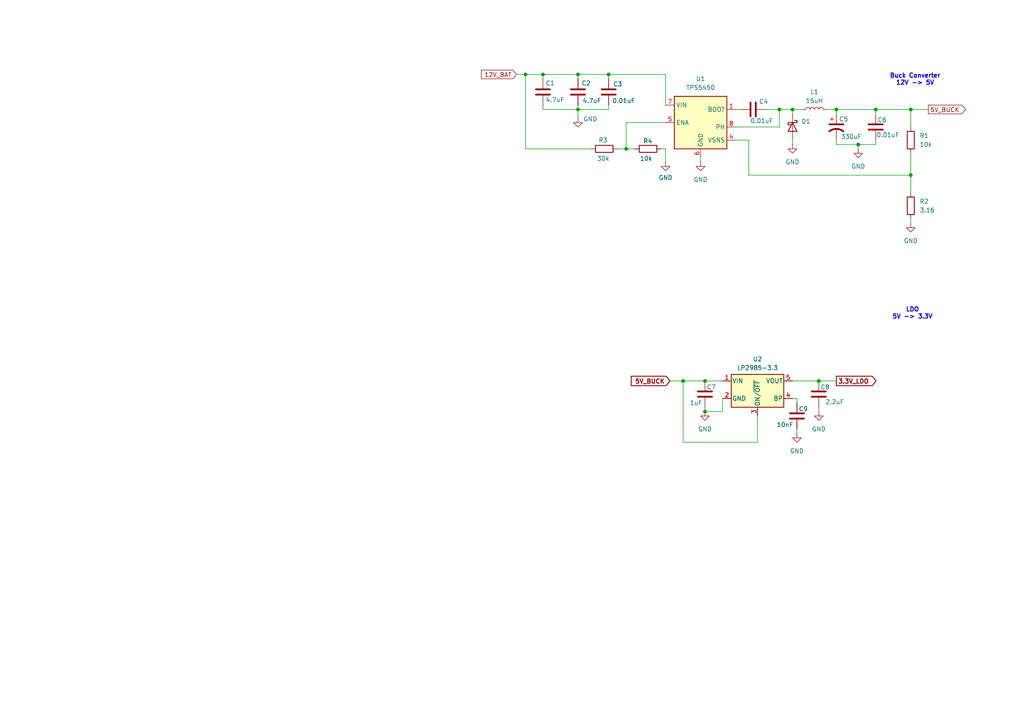
<source format=kicad_sch>
(kicad_sch
	(version 20250114)
	(generator "eeschema")
	(generator_version "9.0")
	(uuid "b9c2eca8-8ed8-4a77-868f-7622285efc0a")
	(paper "A4")
	(lib_symbols
		(symbol "Device:C"
			(pin_numbers
				(hide yes)
			)
			(pin_names
				(offset 0.254)
			)
			(exclude_from_sim no)
			(in_bom yes)
			(on_board yes)
			(property "Reference" "C"
				(at 0.635 2.54 0)
				(effects
					(font
						(size 1.27 1.27)
					)
					(justify left)
				)
			)
			(property "Value" "C"
				(at 0.635 -2.54 0)
				(effects
					(font
						(size 1.27 1.27)
					)
					(justify left)
				)
			)
			(property "Footprint" ""
				(at 0.9652 -3.81 0)
				(effects
					(font
						(size 1.27 1.27)
					)
					(hide yes)
				)
			)
			(property "Datasheet" "~"
				(at 0 0 0)
				(effects
					(font
						(size 1.27 1.27)
					)
					(hide yes)
				)
			)
			(property "Description" "Unpolarized capacitor"
				(at 0 0 0)
				(effects
					(font
						(size 1.27 1.27)
					)
					(hide yes)
				)
			)
			(property "ki_keywords" "cap capacitor"
				(at 0 0 0)
				(effects
					(font
						(size 1.27 1.27)
					)
					(hide yes)
				)
			)
			(property "ki_fp_filters" "C_*"
				(at 0 0 0)
				(effects
					(font
						(size 1.27 1.27)
					)
					(hide yes)
				)
			)
			(symbol "C_0_1"
				(polyline
					(pts
						(xy -2.032 0.762) (xy 2.032 0.762)
					)
					(stroke
						(width 0.508)
						(type default)
					)
					(fill
						(type none)
					)
				)
				(polyline
					(pts
						(xy -2.032 -0.762) (xy 2.032 -0.762)
					)
					(stroke
						(width 0.508)
						(type default)
					)
					(fill
						(type none)
					)
				)
			)
			(symbol "C_1_1"
				(pin passive line
					(at 0 3.81 270)
					(length 2.794)
					(name "~"
						(effects
							(font
								(size 1.27 1.27)
							)
						)
					)
					(number "1"
						(effects
							(font
								(size 1.27 1.27)
							)
						)
					)
				)
				(pin passive line
					(at 0 -3.81 90)
					(length 2.794)
					(name "~"
						(effects
							(font
								(size 1.27 1.27)
							)
						)
					)
					(number "2"
						(effects
							(font
								(size 1.27 1.27)
							)
						)
					)
				)
			)
			(embedded_fonts no)
		)
		(symbol "Device:C_Polarized_US"
			(pin_numbers
				(hide yes)
			)
			(pin_names
				(offset 0.254)
				(hide yes)
			)
			(exclude_from_sim no)
			(in_bom yes)
			(on_board yes)
			(property "Reference" "C"
				(at 0.635 2.54 0)
				(effects
					(font
						(size 1.27 1.27)
					)
					(justify left)
				)
			)
			(property "Value" "C_Polarized_US"
				(at 0.635 -2.54 0)
				(effects
					(font
						(size 1.27 1.27)
					)
					(justify left)
				)
			)
			(property "Footprint" ""
				(at 0 0 0)
				(effects
					(font
						(size 1.27 1.27)
					)
					(hide yes)
				)
			)
			(property "Datasheet" "~"
				(at 0 0 0)
				(effects
					(font
						(size 1.27 1.27)
					)
					(hide yes)
				)
			)
			(property "Description" "Polarized capacitor, US symbol"
				(at 0 0 0)
				(effects
					(font
						(size 1.27 1.27)
					)
					(hide yes)
				)
			)
			(property "ki_keywords" "cap capacitor"
				(at 0 0 0)
				(effects
					(font
						(size 1.27 1.27)
					)
					(hide yes)
				)
			)
			(property "ki_fp_filters" "CP_*"
				(at 0 0 0)
				(effects
					(font
						(size 1.27 1.27)
					)
					(hide yes)
				)
			)
			(symbol "C_Polarized_US_0_1"
				(polyline
					(pts
						(xy -2.032 0.762) (xy 2.032 0.762)
					)
					(stroke
						(width 0.508)
						(type default)
					)
					(fill
						(type none)
					)
				)
				(polyline
					(pts
						(xy -1.778 2.286) (xy -0.762 2.286)
					)
					(stroke
						(width 0)
						(type default)
					)
					(fill
						(type none)
					)
				)
				(polyline
					(pts
						(xy -1.27 1.778) (xy -1.27 2.794)
					)
					(stroke
						(width 0)
						(type default)
					)
					(fill
						(type none)
					)
				)
				(arc
					(start -2.032 -1.27)
					(mid 0 -0.5572)
					(end 2.032 -1.27)
					(stroke
						(width 0.508)
						(type default)
					)
					(fill
						(type none)
					)
				)
			)
			(symbol "C_Polarized_US_1_1"
				(pin passive line
					(at 0 3.81 270)
					(length 2.794)
					(name "~"
						(effects
							(font
								(size 1.27 1.27)
							)
						)
					)
					(number "1"
						(effects
							(font
								(size 1.27 1.27)
							)
						)
					)
				)
				(pin passive line
					(at 0 -3.81 90)
					(length 3.302)
					(name "~"
						(effects
							(font
								(size 1.27 1.27)
							)
						)
					)
					(number "2"
						(effects
							(font
								(size 1.27 1.27)
							)
						)
					)
				)
			)
			(embedded_fonts no)
		)
		(symbol "Device:D_Schottky"
			(pin_numbers
				(hide yes)
			)
			(pin_names
				(offset 1.016)
				(hide yes)
			)
			(exclude_from_sim no)
			(in_bom yes)
			(on_board yes)
			(property "Reference" "D"
				(at 0 2.54 0)
				(effects
					(font
						(size 1.27 1.27)
					)
				)
			)
			(property "Value" "D_Schottky"
				(at 0 -2.54 0)
				(effects
					(font
						(size 1.27 1.27)
					)
				)
			)
			(property "Footprint" ""
				(at 0 0 0)
				(effects
					(font
						(size 1.27 1.27)
					)
					(hide yes)
				)
			)
			(property "Datasheet" "~"
				(at 0 0 0)
				(effects
					(font
						(size 1.27 1.27)
					)
					(hide yes)
				)
			)
			(property "Description" "Schottky diode"
				(at 0 0 0)
				(effects
					(font
						(size 1.27 1.27)
					)
					(hide yes)
				)
			)
			(property "ki_keywords" "diode Schottky"
				(at 0 0 0)
				(effects
					(font
						(size 1.27 1.27)
					)
					(hide yes)
				)
			)
			(property "ki_fp_filters" "TO-???* *_Diode_* *SingleDiode* D_*"
				(at 0 0 0)
				(effects
					(font
						(size 1.27 1.27)
					)
					(hide yes)
				)
			)
			(symbol "D_Schottky_0_1"
				(polyline
					(pts
						(xy -1.905 0.635) (xy -1.905 1.27) (xy -1.27 1.27) (xy -1.27 -1.27) (xy -0.635 -1.27) (xy -0.635 -0.635)
					)
					(stroke
						(width 0.254)
						(type default)
					)
					(fill
						(type none)
					)
				)
				(polyline
					(pts
						(xy 1.27 1.27) (xy 1.27 -1.27) (xy -1.27 0) (xy 1.27 1.27)
					)
					(stroke
						(width 0.254)
						(type default)
					)
					(fill
						(type none)
					)
				)
				(polyline
					(pts
						(xy 1.27 0) (xy -1.27 0)
					)
					(stroke
						(width 0)
						(type default)
					)
					(fill
						(type none)
					)
				)
			)
			(symbol "D_Schottky_1_1"
				(pin passive line
					(at -3.81 0 0)
					(length 2.54)
					(name "K"
						(effects
							(font
								(size 1.27 1.27)
							)
						)
					)
					(number "1"
						(effects
							(font
								(size 1.27 1.27)
							)
						)
					)
				)
				(pin passive line
					(at 3.81 0 180)
					(length 2.54)
					(name "A"
						(effects
							(font
								(size 1.27 1.27)
							)
						)
					)
					(number "2"
						(effects
							(font
								(size 1.27 1.27)
							)
						)
					)
				)
			)
			(embedded_fonts no)
		)
		(symbol "Device:L"
			(pin_numbers
				(hide yes)
			)
			(pin_names
				(offset 1.016)
				(hide yes)
			)
			(exclude_from_sim no)
			(in_bom yes)
			(on_board yes)
			(property "Reference" "L"
				(at -1.27 0 90)
				(effects
					(font
						(size 1.27 1.27)
					)
				)
			)
			(property "Value" "L"
				(at 1.905 0 90)
				(effects
					(font
						(size 1.27 1.27)
					)
				)
			)
			(property "Footprint" ""
				(at 0 0 0)
				(effects
					(font
						(size 1.27 1.27)
					)
					(hide yes)
				)
			)
			(property "Datasheet" "~"
				(at 0 0 0)
				(effects
					(font
						(size 1.27 1.27)
					)
					(hide yes)
				)
			)
			(property "Description" "Inductor"
				(at 0 0 0)
				(effects
					(font
						(size 1.27 1.27)
					)
					(hide yes)
				)
			)
			(property "ki_keywords" "inductor choke coil reactor magnetic"
				(at 0 0 0)
				(effects
					(font
						(size 1.27 1.27)
					)
					(hide yes)
				)
			)
			(property "ki_fp_filters" "Choke_* *Coil* Inductor_* L_*"
				(at 0 0 0)
				(effects
					(font
						(size 1.27 1.27)
					)
					(hide yes)
				)
			)
			(symbol "L_0_1"
				(arc
					(start 0 2.54)
					(mid 0.6323 1.905)
					(end 0 1.27)
					(stroke
						(width 0)
						(type default)
					)
					(fill
						(type none)
					)
				)
				(arc
					(start 0 1.27)
					(mid 0.6323 0.635)
					(end 0 0)
					(stroke
						(width 0)
						(type default)
					)
					(fill
						(type none)
					)
				)
				(arc
					(start 0 0)
					(mid 0.6323 -0.635)
					(end 0 -1.27)
					(stroke
						(width 0)
						(type default)
					)
					(fill
						(type none)
					)
				)
				(arc
					(start 0 -1.27)
					(mid 0.6323 -1.905)
					(end 0 -2.54)
					(stroke
						(width 0)
						(type default)
					)
					(fill
						(type none)
					)
				)
			)
			(symbol "L_1_1"
				(pin passive line
					(at 0 3.81 270)
					(length 1.27)
					(name "1"
						(effects
							(font
								(size 1.27 1.27)
							)
						)
					)
					(number "1"
						(effects
							(font
								(size 1.27 1.27)
							)
						)
					)
				)
				(pin passive line
					(at 0 -3.81 90)
					(length 1.27)
					(name "2"
						(effects
							(font
								(size 1.27 1.27)
							)
						)
					)
					(number "2"
						(effects
							(font
								(size 1.27 1.27)
							)
						)
					)
				)
			)
			(embedded_fonts no)
		)
		(symbol "Device:R"
			(pin_numbers
				(hide yes)
			)
			(pin_names
				(offset 0)
			)
			(exclude_from_sim no)
			(in_bom yes)
			(on_board yes)
			(property "Reference" "R"
				(at 2.032 0 90)
				(effects
					(font
						(size 1.27 1.27)
					)
				)
			)
			(property "Value" "R"
				(at 0 0 90)
				(effects
					(font
						(size 1.27 1.27)
					)
				)
			)
			(property "Footprint" ""
				(at -1.778 0 90)
				(effects
					(font
						(size 1.27 1.27)
					)
					(hide yes)
				)
			)
			(property "Datasheet" "~"
				(at 0 0 0)
				(effects
					(font
						(size 1.27 1.27)
					)
					(hide yes)
				)
			)
			(property "Description" "Resistor"
				(at 0 0 0)
				(effects
					(font
						(size 1.27 1.27)
					)
					(hide yes)
				)
			)
			(property "ki_keywords" "R res resistor"
				(at 0 0 0)
				(effects
					(font
						(size 1.27 1.27)
					)
					(hide yes)
				)
			)
			(property "ki_fp_filters" "R_*"
				(at 0 0 0)
				(effects
					(font
						(size 1.27 1.27)
					)
					(hide yes)
				)
			)
			(symbol "R_0_1"
				(rectangle
					(start -1.016 -2.54)
					(end 1.016 2.54)
					(stroke
						(width 0.254)
						(type default)
					)
					(fill
						(type none)
					)
				)
			)
			(symbol "R_1_1"
				(pin passive line
					(at 0 3.81 270)
					(length 1.27)
					(name "~"
						(effects
							(font
								(size 1.27 1.27)
							)
						)
					)
					(number "1"
						(effects
							(font
								(size 1.27 1.27)
							)
						)
					)
				)
				(pin passive line
					(at 0 -3.81 90)
					(length 1.27)
					(name "~"
						(effects
							(font
								(size 1.27 1.27)
							)
						)
					)
					(number "2"
						(effects
							(font
								(size 1.27 1.27)
							)
						)
					)
				)
			)
			(embedded_fonts no)
		)
		(symbol "Regulator_Linear:LP2985-3.3"
			(pin_names
				(offset 0.254)
			)
			(exclude_from_sim no)
			(in_bom yes)
			(on_board yes)
			(property "Reference" "U2"
				(at 0 8.89 0)
				(effects
					(font
						(size 1.27 1.27)
					)
				)
			)
			(property "Value" "LP2985-3.3"
				(at 0 6.35 0)
				(effects
					(font
						(size 1.27 1.27)
					)
				)
			)
			(property "Footprint" "Package_TO_SOT_SMD:SOT-23-5"
				(at 0 8.255 0)
				(effects
					(font
						(size 1.27 1.27)
					)
					(hide yes)
				)
			)
			(property "Datasheet" "http://www.ti.com/lit/ds/symlink/lp2985.pdf"
				(at 0 0 0)
				(effects
					(font
						(size 1.27 1.27)
					)
					(hide yes)
				)
			)
			(property "Description" "150mA 16V Low-noise Low-dropout Regulator With Shutdown, 3.3V output voltage, SOT-23-5"
				(at 0 0 0)
				(effects
					(font
						(size 1.27 1.27)
					)
					(hide yes)
				)
			)
			(property "ki_keywords" "LDO regulator linear  SOT-23-5"
				(at 0 0 0)
				(effects
					(font
						(size 1.27 1.27)
					)
					(hide yes)
				)
			)
			(property "ki_fp_filters" "SOT?23*"
				(at 0 0 0)
				(effects
					(font
						(size 1.27 1.27)
					)
					(hide yes)
				)
			)
			(symbol "LP2985-3.3_0_1"
				(rectangle
					(start -7.62 -5.08)
					(end 7.62 4.445)
					(stroke
						(width 0.254)
						(type default)
					)
					(fill
						(type background)
					)
				)
			)
			(symbol "LP2985-3.3_1_1"
				(pin power_in line
					(at -10.16 2.54 0)
					(length 2.54)
					(name "VIN"
						(effects
							(font
								(size 1.27 1.27)
							)
						)
					)
					(number "1"
						(effects
							(font
								(size 1.27 1.27)
							)
						)
					)
				)
				(pin power_in line
					(at -10.16 -2.54 0)
					(length 2.54)
					(name "GND"
						(effects
							(font
								(size 1.27 1.27)
							)
						)
					)
					(number "2"
						(effects
							(font
								(size 1.27 1.27)
							)
						)
					)
				)
				(pin input line
					(at 0 -7.62 90)
					(length 2.54)
					(name "ON/~{OFF}"
						(effects
							(font
								(size 1.27 1.27)
							)
						)
					)
					(number "3"
						(effects
							(font
								(size 1.27 1.27)
							)
						)
					)
				)
				(pin power_out line
					(at 10.16 2.54 180)
					(length 2.54)
					(name "VOUT"
						(effects
							(font
								(size 1.27 1.27)
							)
						)
					)
					(number "5"
						(effects
							(font
								(size 1.27 1.27)
							)
						)
					)
				)
				(pin input line
					(at 10.16 -2.54 180)
					(length 2.54)
					(name "BP"
						(effects
							(font
								(size 1.27 1.27)
							)
						)
					)
					(number "4"
						(effects
							(font
								(size 1.27 1.27)
							)
						)
					)
				)
			)
			(embedded_fonts no)
		)
		(symbol "Regulator_Switching:TPS5420D"
			(exclude_from_sim no)
			(in_bom yes)
			(on_board yes)
			(property "Reference" "U3"
				(at 0 12.7 0)
				(effects
					(font
						(size 1.27 1.27)
					)
				)
			)
			(property "Value" "TPS5450"
				(at 0 10.16 0)
				(effects
					(font
						(size 1.27 1.27)
					)
				)
			)
			(property "Footprint" "SOIC-8-1EP_3.9x4.9mm_P1.27mm_EP2.514x3.2mm_ThermalVias"
				(at -1.27 11.43 0)
				(effects
					(font
						(size 1.27 1.27)
					)
					(hide yes)
				)
			)
			(property "Datasheet" "http://www.ti.com/lit/ds/symlink/tps5420.pdf"
				(at 0 0 0)
				(effects
					(font
						(size 1.27 1.27)
					)
					(hide yes)
				)
			)
			(property "Description" "Adjustable Output, 2A Step-Down Converter, 5.5V-36V Input, 500kHz Switching Frequency"
				(at 0 0 0)
				(effects
					(font
						(size 1.27 1.27)
					)
					(hide yes)
				)
			)
			(property "ki_keywords" "switching buck converter step-down"
				(at 0 0 0)
				(effects
					(font
						(size 1.27 1.27)
					)
					(hide yes)
				)
			)
			(property "ki_fp_filters" "SOIC*3.9x4.9mm*P1.27mm*"
				(at 0 0 0)
				(effects
					(font
						(size 1.27 1.27)
					)
					(hide yes)
				)
			)
			(symbol "TPS5420D_0_1"
				(rectangle
					(start -7.62 7.62)
					(end 7.62 -7.62)
					(stroke
						(width 0.254)
						(type default)
					)
					(fill
						(type background)
					)
				)
			)
			(symbol "TPS5420D_1_1"
				(pin power_in line
					(at -10.16 5.08 0)
					(length 2.54)
					(name "VIN"
						(effects
							(font
								(size 1.27 1.27)
							)
						)
					)
					(number "7"
						(effects
							(font
								(size 1.27 1.27)
							)
						)
					)
				)
				(pin input line
					(at -10.16 0 0)
					(length 2.54)
					(name "ENA"
						(effects
							(font
								(size 1.27 1.27)
							)
						)
					)
					(number "5"
						(effects
							(font
								(size 1.27 1.27)
							)
						)
					)
				)
				(pin no_connect line
					(at -7.62 -2.54 0)
					(length 2.54)
					(hide yes)
					(name "NC"
						(effects
							(font
								(size 1.27 1.27)
							)
						)
					)
					(number "2"
						(effects
							(font
								(size 1.27 1.27)
							)
						)
					)
				)
				(pin no_connect line
					(at -7.62 -5.08 0)
					(length 2.54)
					(hide yes)
					(name "NC"
						(effects
							(font
								(size 1.27 1.27)
							)
						)
					)
					(number "3"
						(effects
							(font
								(size 1.27 1.27)
							)
						)
					)
				)
				(pin power_in line
					(at 0 -10.16 90)
					(length 2.54)
					(name "GND"
						(effects
							(font
								(size 1.27 1.27)
							)
						)
					)
					(number "6"
						(effects
							(font
								(size 1.27 1.27)
							)
						)
					)
				)
				(pin input line
					(at 10.16 3.81 180)
					(length 2.54)
					(name "BOOT"
						(effects
							(font
								(size 1.27 1.27)
							)
						)
					)
					(number "1"
						(effects
							(font
								(size 1.27 1.27)
							)
						)
					)
				)
				(pin power_out line
					(at 10.16 -1.27 180)
					(length 2.54)
					(name "PH"
						(effects
							(font
								(size 1.27 1.27)
							)
						)
					)
					(number "8"
						(effects
							(font
								(size 1.27 1.27)
							)
						)
					)
				)
				(pin input line
					(at 10.16 -5.08 180)
					(length 2.54)
					(name "VSNS"
						(effects
							(font
								(size 1.27 1.27)
							)
						)
					)
					(number "4"
						(effects
							(font
								(size 1.27 1.27)
							)
						)
					)
				)
			)
			(embedded_fonts no)
		)
		(symbol "power:GND"
			(power)
			(pin_numbers
				(hide yes)
			)
			(pin_names
				(offset 0)
				(hide yes)
			)
			(exclude_from_sim no)
			(in_bom yes)
			(on_board yes)
			(property "Reference" "#PWR"
				(at 0 -6.35 0)
				(effects
					(font
						(size 1.27 1.27)
					)
					(hide yes)
				)
			)
			(property "Value" "GND"
				(at 0 -3.81 0)
				(effects
					(font
						(size 1.27 1.27)
					)
				)
			)
			(property "Footprint" ""
				(at 0 0 0)
				(effects
					(font
						(size 1.27 1.27)
					)
					(hide yes)
				)
			)
			(property "Datasheet" ""
				(at 0 0 0)
				(effects
					(font
						(size 1.27 1.27)
					)
					(hide yes)
				)
			)
			(property "Description" "Power symbol creates a global label with name \"GND\" , ground"
				(at 0 0 0)
				(effects
					(font
						(size 1.27 1.27)
					)
					(hide yes)
				)
			)
			(property "ki_keywords" "global power"
				(at 0 0 0)
				(effects
					(font
						(size 1.27 1.27)
					)
					(hide yes)
				)
			)
			(symbol "GND_0_1"
				(polyline
					(pts
						(xy 0 0) (xy 0 -1.27) (xy 1.27 -1.27) (xy 0 -2.54) (xy -1.27 -1.27) (xy 0 -1.27)
					)
					(stroke
						(width 0)
						(type default)
					)
					(fill
						(type none)
					)
				)
			)
			(symbol "GND_1_1"
				(pin power_in line
					(at 0 0 270)
					(length 0)
					(name "~"
						(effects
							(font
								(size 1.27 1.27)
							)
						)
					)
					(number "1"
						(effects
							(font
								(size 1.27 1.27)
							)
						)
					)
				)
			)
			(embedded_fonts no)
		)
	)
	(text "LDO\n5V -> 3.3V\n"
		(exclude_from_sim no)
		(at 264.668 90.932 0)
		(effects
			(font
				(size 1.27 1.27)
				(thickness 0.254)
				(bold yes)
			)
		)
		(uuid "129b9cc7-4bc2-4543-ad0a-c85c78417146")
	)
	(text "Buck Converter\n12V -> 5V\n"
		(exclude_from_sim no)
		(at 265.43 23.114 0)
		(effects
			(font
				(size 1.27 1.27)
				(thickness 0.254)
				(bold yes)
			)
		)
		(uuid "80bb75bc-0424-43ea-9d4d-9a1fa82a0f7d")
	)
	(junction
		(at 237.49 110.49)
		(diameter 0)
		(color 0 0 0 0)
		(uuid "03cd1b4a-2bd6-4208-b186-f5456c26bac2")
	)
	(junction
		(at 248.92 41.91)
		(diameter 0)
		(color 0 0 0 0)
		(uuid "057f4dc9-68cd-4847-aeca-d5230f481395")
	)
	(junction
		(at 242.57 31.75)
		(diameter 0)
		(color 0 0 0 0)
		(uuid "18382d2f-c431-4832-8ab5-3a920610b31d")
	)
	(junction
		(at 226.06 31.75)
		(diameter 0)
		(color 0 0 0 0)
		(uuid "1f417dcc-8df4-47e1-938a-dc9f28b66e67")
	)
	(junction
		(at 167.64 31.75)
		(diameter 0)
		(color 0 0 0 0)
		(uuid "24965863-7611-43ad-b18f-566d9de3f312")
	)
	(junction
		(at 198.12 110.49)
		(diameter 0)
		(color 0 0 0 0)
		(uuid "38858a69-7f5b-4f04-b53f-7cc283ace80b")
	)
	(junction
		(at 229.87 31.75)
		(diameter 0)
		(color 0 0 0 0)
		(uuid "3901ca1e-bc98-4d10-9d30-91f4537faa28")
	)
	(junction
		(at 254 31.75)
		(diameter 0)
		(color 0 0 0 0)
		(uuid "492ee448-4bd5-4eff-8728-999073db2a83")
	)
	(junction
		(at 176.53 21.59)
		(diameter 0)
		(color 0 0 0 0)
		(uuid "610c6f63-8250-465c-8f78-54aa9b793a6d")
	)
	(junction
		(at 152.4 21.59)
		(diameter 0)
		(color 0 0 0 0)
		(uuid "788684fc-0518-4ae0-8c0a-9a6ceef37ffc")
	)
	(junction
		(at 264.16 31.75)
		(diameter 0)
		(color 0 0 0 0)
		(uuid "8aa847fe-6f23-4ee2-b758-fbaafe9158f9")
	)
	(junction
		(at 181.61 43.18)
		(diameter 0)
		(color 0 0 0 0)
		(uuid "9b6e4e1e-0867-400e-a266-65321ea63825")
	)
	(junction
		(at 264.16 50.8)
		(diameter 0)
		(color 0 0 0 0)
		(uuid "becb491e-6bf1-4936-846b-29baadf6a589")
	)
	(junction
		(at 204.47 119.38)
		(diameter 0)
		(color 0 0 0 0)
		(uuid "ce399379-3210-417b-9087-841d5fee5177")
	)
	(junction
		(at 157.48 21.59)
		(diameter 0)
		(color 0 0 0 0)
		(uuid "dd2970c6-84b9-429a-8c1d-c0b2fc8c25e5")
	)
	(junction
		(at 167.64 21.59)
		(diameter 0)
		(color 0 0 0 0)
		(uuid "f878de15-5ffd-4102-aefb-18858bac9ef5")
	)
	(junction
		(at 204.47 110.49)
		(diameter 0)
		(color 0 0 0 0)
		(uuid "fa80690a-3d4f-4df8-b1f4-d355f6a30751")
	)
	(wire
		(pts
			(xy 152.4 21.59) (xy 157.48 21.59)
		)
		(stroke
			(width 0)
			(type default)
		)
		(uuid "00973634-50e8-4d88-9a77-f2d0efc99aaf")
	)
	(wire
		(pts
			(xy 217.17 40.64) (xy 217.17 50.8)
		)
		(stroke
			(width 0)
			(type default)
		)
		(uuid "099c4b30-0cf0-4aea-8d4f-1680bedd93d6")
	)
	(wire
		(pts
			(xy 179.07 43.18) (xy 181.61 43.18)
		)
		(stroke
			(width 0)
			(type default)
		)
		(uuid "0f1b4f9c-4daa-4a25-a244-90d3ca6af068")
	)
	(wire
		(pts
			(xy 157.48 30.48) (xy 157.48 31.75)
		)
		(stroke
			(width 0)
			(type default)
		)
		(uuid "0f9074e2-c3e2-4a53-8b54-46ff6a3b62ac")
	)
	(wire
		(pts
			(xy 264.16 50.8) (xy 264.16 55.88)
		)
		(stroke
			(width 0)
			(type default)
		)
		(uuid "12346b1d-342a-41bb-816e-ed279424adf6")
	)
	(wire
		(pts
			(xy 231.14 115.57) (xy 229.87 115.57)
		)
		(stroke
			(width 0)
			(type default)
		)
		(uuid "14aef7e9-18ee-4a20-9bfe-6bd753196c9d")
	)
	(wire
		(pts
			(xy 203.2 45.72) (xy 203.2 46.99)
		)
		(stroke
			(width 0)
			(type default)
		)
		(uuid "15bf5e1e-3981-4dcb-92b0-832a856b8731")
	)
	(wire
		(pts
			(xy 219.71 128.27) (xy 198.12 128.27)
		)
		(stroke
			(width 0)
			(type default)
		)
		(uuid "161a774f-474e-4664-b13c-8af015a48113")
	)
	(wire
		(pts
			(xy 167.64 30.48) (xy 167.64 31.75)
		)
		(stroke
			(width 0)
			(type default)
		)
		(uuid "1dc773da-81b6-4d0f-af1c-e3c482448ab8")
	)
	(wire
		(pts
			(xy 167.64 31.75) (xy 176.53 31.75)
		)
		(stroke
			(width 0)
			(type default)
		)
		(uuid "1efa4f48-55fc-4847-ac8e-45fdf1f8e053")
	)
	(wire
		(pts
			(xy 242.57 31.75) (xy 254 31.75)
		)
		(stroke
			(width 0)
			(type default)
		)
		(uuid "20335549-ab68-498c-92e4-c1f9284702e2")
	)
	(wire
		(pts
			(xy 264.16 36.83) (xy 264.16 31.75)
		)
		(stroke
			(width 0)
			(type default)
		)
		(uuid "21e2b4ca-0330-4bcc-92b2-27252759aeeb")
	)
	(wire
		(pts
			(xy 264.16 31.75) (xy 254 31.75)
		)
		(stroke
			(width 0)
			(type default)
		)
		(uuid "2a89a69d-d7f3-412e-ba29-dac62244d5a5")
	)
	(wire
		(pts
			(xy 226.06 36.83) (xy 226.06 31.75)
		)
		(stroke
			(width 0)
			(type default)
		)
		(uuid "2eca88df-82b8-4483-bf83-3b8045e7c7cc")
	)
	(wire
		(pts
			(xy 213.36 40.64) (xy 217.17 40.64)
		)
		(stroke
			(width 0)
			(type default)
		)
		(uuid "301730a8-d6b4-4646-b562-74aff5a37289")
	)
	(wire
		(pts
			(xy 229.87 31.75) (xy 232.41 31.75)
		)
		(stroke
			(width 0)
			(type default)
		)
		(uuid "33a6b5e5-05ce-4ca0-93d7-bb4358455b38")
	)
	(wire
		(pts
			(xy 149.86 21.59) (xy 152.4 21.59)
		)
		(stroke
			(width 0)
			(type default)
		)
		(uuid "34911974-593d-4383-81f3-0e2f9fd928fe")
	)
	(wire
		(pts
			(xy 198.12 110.49) (xy 204.47 110.49)
		)
		(stroke
			(width 0)
			(type default)
		)
		(uuid "34dea15d-64f0-4546-b3f1-a87fc4e7ae21")
	)
	(wire
		(pts
			(xy 167.64 21.59) (xy 167.64 22.86)
		)
		(stroke
			(width 0)
			(type default)
		)
		(uuid "3cb8a0d5-efb2-4180-8959-a0545ab503bf")
	)
	(wire
		(pts
			(xy 204.47 110.49) (xy 209.55 110.49)
		)
		(stroke
			(width 0)
			(type default)
		)
		(uuid "4481d2f5-0f2c-4802-8238-5152f48a0a3d")
	)
	(wire
		(pts
			(xy 167.64 21.59) (xy 176.53 21.59)
		)
		(stroke
			(width 0)
			(type default)
		)
		(uuid "44c46472-3af7-4f90-981d-395349c416de")
	)
	(wire
		(pts
			(xy 176.53 21.59) (xy 193.04 21.59)
		)
		(stroke
			(width 0)
			(type default)
		)
		(uuid "49bb87cb-f793-42a0-905b-88218855f2a9")
	)
	(wire
		(pts
			(xy 157.48 22.86) (xy 157.48 21.59)
		)
		(stroke
			(width 0)
			(type default)
		)
		(uuid "4b2dd2a0-8a98-4be2-bf8e-ac83d24ab216")
	)
	(wire
		(pts
			(xy 176.53 21.59) (xy 176.53 22.86)
		)
		(stroke
			(width 0)
			(type default)
		)
		(uuid "5a6cd6e9-7737-4360-a362-1e41ced7bdf3")
	)
	(wire
		(pts
			(xy 213.36 31.75) (xy 214.63 31.75)
		)
		(stroke
			(width 0)
			(type default)
		)
		(uuid "5adbdefb-41c7-44dd-ab62-5f83698287f5")
	)
	(wire
		(pts
			(xy 237.49 110.49) (xy 242.57 110.49)
		)
		(stroke
			(width 0)
			(type default)
		)
		(uuid "6406f822-f11c-427c-907a-ce470eb13aa5")
	)
	(wire
		(pts
			(xy 204.47 118.11) (xy 204.47 119.38)
		)
		(stroke
			(width 0)
			(type default)
		)
		(uuid "667f27ac-7da1-48e2-b213-a739940f9c98")
	)
	(wire
		(pts
			(xy 231.14 116.84) (xy 231.14 115.57)
		)
		(stroke
			(width 0)
			(type default)
		)
		(uuid "6747995d-d716-496c-8315-a76a34ac4579")
	)
	(wire
		(pts
			(xy 171.45 43.18) (xy 152.4 43.18)
		)
		(stroke
			(width 0)
			(type default)
		)
		(uuid "69e3e476-886a-40c3-93a1-69933b83abd7")
	)
	(wire
		(pts
			(xy 194.31 110.49) (xy 198.12 110.49)
		)
		(stroke
			(width 0)
			(type default)
		)
		(uuid "6becd2f4-c83d-48de-bff2-bc904c084639")
	)
	(wire
		(pts
			(xy 229.87 40.64) (xy 229.87 41.91)
		)
		(stroke
			(width 0)
			(type default)
		)
		(uuid "72106d8e-bb24-4cb0-b1ff-82803a779835")
	)
	(wire
		(pts
			(xy 181.61 43.18) (xy 184.15 43.18)
		)
		(stroke
			(width 0)
			(type default)
		)
		(uuid "72264289-a6b5-4c0a-a0d9-a0543a0ee5b8")
	)
	(wire
		(pts
			(xy 264.16 31.75) (xy 269.24 31.75)
		)
		(stroke
			(width 0)
			(type default)
		)
		(uuid "7745034f-8977-4a9d-82ce-f4c9cda9abae")
	)
	(wire
		(pts
			(xy 264.16 63.5) (xy 264.16 64.77)
		)
		(stroke
			(width 0)
			(type default)
		)
		(uuid "7d85804f-4ecc-4fe9-9173-cfc44ffbd744")
	)
	(wire
		(pts
			(xy 222.25 31.75) (xy 226.06 31.75)
		)
		(stroke
			(width 0)
			(type default)
		)
		(uuid "7f3bc0bc-772f-4459-8a89-6cdf1c5fe2de")
	)
	(wire
		(pts
			(xy 181.61 35.56) (xy 181.61 43.18)
		)
		(stroke
			(width 0)
			(type default)
		)
		(uuid "8198c32c-67ca-4ddc-a912-ce109b57ff1d")
	)
	(wire
		(pts
			(xy 193.04 35.56) (xy 181.61 35.56)
		)
		(stroke
			(width 0)
			(type default)
		)
		(uuid "8e5749f1-0f56-4f15-b342-6e41cc6bde41")
	)
	(wire
		(pts
			(xy 217.17 50.8) (xy 264.16 50.8)
		)
		(stroke
			(width 0)
			(type default)
		)
		(uuid "8ec4bfb5-05f9-42ee-af65-c5a6421b4253")
	)
	(wire
		(pts
			(xy 242.57 40.64) (xy 242.57 41.91)
		)
		(stroke
			(width 0)
			(type default)
		)
		(uuid "917af96a-b272-4a9b-a6a0-ba22348b8837")
	)
	(wire
		(pts
			(xy 240.03 31.75) (xy 242.57 31.75)
		)
		(stroke
			(width 0)
			(type default)
		)
		(uuid "94573575-9e64-4651-95a6-1df325bed6f2")
	)
	(wire
		(pts
			(xy 167.64 31.75) (xy 167.64 34.29)
		)
		(stroke
			(width 0)
			(type default)
		)
		(uuid "99dc8436-8beb-4a2a-849d-a70cf1810702")
	)
	(wire
		(pts
			(xy 231.14 124.46) (xy 231.14 125.73)
		)
		(stroke
			(width 0)
			(type default)
		)
		(uuid "9b4ac0ef-277f-4d7b-af69-aa15c0f48c6a")
	)
	(wire
		(pts
			(xy 254 40.64) (xy 254 41.91)
		)
		(stroke
			(width 0)
			(type default)
		)
		(uuid "9fcbd5aa-1cf7-4ef2-ab0b-d94c5962ed26")
	)
	(wire
		(pts
			(xy 254 31.75) (xy 254 33.02)
		)
		(stroke
			(width 0)
			(type default)
		)
		(uuid "a0c29f3b-a03e-4eaa-b9c0-53be1a9c60e8")
	)
	(wire
		(pts
			(xy 152.4 43.18) (xy 152.4 21.59)
		)
		(stroke
			(width 0)
			(type default)
		)
		(uuid "a1866b45-aae1-4a0b-94bc-d0e7f7a299d3")
	)
	(wire
		(pts
			(xy 209.55 115.57) (xy 209.55 119.38)
		)
		(stroke
			(width 0)
			(type default)
		)
		(uuid "a1c7ebcf-0d17-4646-a0ef-29dcb1dfa0f5")
	)
	(wire
		(pts
			(xy 226.06 31.75) (xy 229.87 31.75)
		)
		(stroke
			(width 0)
			(type default)
		)
		(uuid "a8ed006d-a80c-4a9e-ae51-ccfe6287b1b4")
	)
	(wire
		(pts
			(xy 213.36 36.83) (xy 226.06 36.83)
		)
		(stroke
			(width 0)
			(type default)
		)
		(uuid "b58383e8-b51e-4cb0-9bb0-12535e6c3436")
	)
	(wire
		(pts
			(xy 176.53 30.48) (xy 176.53 31.75)
		)
		(stroke
			(width 0)
			(type default)
		)
		(uuid "b6379254-2004-4652-89f2-9b2372f4350e")
	)
	(wire
		(pts
			(xy 157.48 31.75) (xy 167.64 31.75)
		)
		(stroke
			(width 0)
			(type default)
		)
		(uuid "ba284425-990b-4b69-b3e6-985e5cbe92c1")
	)
	(wire
		(pts
			(xy 248.92 41.91) (xy 254 41.91)
		)
		(stroke
			(width 0)
			(type default)
		)
		(uuid "be9c4f4c-edcd-4b95-b2e4-3315ec9e98db")
	)
	(wire
		(pts
			(xy 242.57 41.91) (xy 248.92 41.91)
		)
		(stroke
			(width 0)
			(type default)
		)
		(uuid "c5aec94e-98eb-43b0-afae-e2067b53e095")
	)
	(wire
		(pts
			(xy 229.87 110.49) (xy 237.49 110.49)
		)
		(stroke
			(width 0)
			(type default)
		)
		(uuid "d000cb4d-8edc-483d-a3ef-23f62742a3ac")
	)
	(wire
		(pts
			(xy 219.71 120.65) (xy 219.71 128.27)
		)
		(stroke
			(width 0)
			(type default)
		)
		(uuid "d7978dad-8c0c-4d95-a513-8a31603b6a4b")
	)
	(wire
		(pts
			(xy 209.55 119.38) (xy 204.47 119.38)
		)
		(stroke
			(width 0)
			(type default)
		)
		(uuid "da270dac-dcde-47d3-af73-77088f4ce9c4")
	)
	(wire
		(pts
			(xy 242.57 31.75) (xy 242.57 33.02)
		)
		(stroke
			(width 0)
			(type default)
		)
		(uuid "e32a7ee9-ceb7-43b9-8123-e87bf5399fc6")
	)
	(wire
		(pts
			(xy 229.87 31.75) (xy 229.87 33.02)
		)
		(stroke
			(width 0)
			(type default)
		)
		(uuid "e4e9e290-65cd-4e57-b8ce-15e41062a1b1")
	)
	(wire
		(pts
			(xy 264.16 44.45) (xy 264.16 50.8)
		)
		(stroke
			(width 0)
			(type default)
		)
		(uuid "ea368fab-faa4-41eb-a1fc-cd27d21030c4")
	)
	(wire
		(pts
			(xy 193.04 46.99) (xy 193.04 43.18)
		)
		(stroke
			(width 0)
			(type default)
		)
		(uuid "ed25971b-50c9-4529-b39b-3fdd5376eb4f")
	)
	(wire
		(pts
			(xy 237.49 118.11) (xy 237.49 119.38)
		)
		(stroke
			(width 0)
			(type default)
		)
		(uuid "eddb7ad3-064b-44a2-bb7a-27a8155c53fa")
	)
	(wire
		(pts
			(xy 248.92 41.91) (xy 248.92 43.18)
		)
		(stroke
			(width 0)
			(type default)
		)
		(uuid "ef9a70ad-a715-4b75-826d-b0e003ff0724")
	)
	(wire
		(pts
			(xy 198.12 110.49) (xy 198.12 128.27)
		)
		(stroke
			(width 0)
			(type default)
		)
		(uuid "f260500d-a511-4ac6-9469-cf44cafff8d1")
	)
	(wire
		(pts
			(xy 157.48 21.59) (xy 167.64 21.59)
		)
		(stroke
			(width 0)
			(type default)
		)
		(uuid "f4ef4fc6-fdd1-4121-ad5a-efe4901d3341")
	)
	(wire
		(pts
			(xy 193.04 21.59) (xy 193.04 30.48)
		)
		(stroke
			(width 0)
			(type default)
		)
		(uuid "fbfd5488-3919-4d7b-b979-190c80a95cc1")
	)
	(wire
		(pts
			(xy 193.04 43.18) (xy 191.77 43.18)
		)
		(stroke
			(width 0)
			(type default)
		)
		(uuid "ff2bc78a-dd75-44a5-b027-ccb8cda662a5")
	)
	(global_label "3.3V_LDO"
		(shape output)
		(at 242.57 110.49 0)
		(fields_autoplaced yes)
		(effects
			(font
				(size 1.27 1.27)
				(thickness 0.254)
				(bold yes)
			)
			(justify left)
		)
		(uuid "251fa616-5620-43bb-a0be-6a938f7bcc94")
		(property "Intersheetrefs" "${INTERSHEET_REFS}"
			(at 254.7398 110.49 0)
			(effects
				(font
					(size 1.27 1.27)
				)
				(justify left)
				(hide yes)
			)
		)
	)
	(global_label "5V_BUCK"
		(shape input)
		(at 194.31 110.49 180)
		(fields_autoplaced yes)
		(effects
			(font
				(size 1.27 1.27)
				(thickness 0.254)
				(bold yes)
			)
			(justify right)
		)
		(uuid "2b68454f-d778-4b0d-9da8-5a2c71355d07")
		(property "Intersheetrefs" "${INTERSHEET_REFS}"
			(at 182.4426 110.49 0)
			(effects
				(font
					(size 1.27 1.27)
				)
				(justify right)
				(hide yes)
			)
		)
	)
	(global_label "12V_BAT"
		(shape input)
		(at 149.86 21.59 180)
		(fields_autoplaced yes)
		(effects
			(font
				(size 1.27 1.27)
			)
			(justify right)
		)
		(uuid "85e02cb7-5f48-4dab-bf52-8aebf54745c9")
		(property "Intersheetrefs" "${INTERSHEET_REFS}"
			(at 139.0734 21.59 0)
			(effects
				(font
					(size 1.27 1.27)
				)
				(justify right)
				(hide yes)
			)
		)
	)
	(global_label "5V_BUCK"
		(shape output)
		(at 269.24 31.75 0)
		(fields_autoplaced yes)
		(effects
			(font
				(size 1.27 1.27)
			)
			(justify left)
		)
		(uuid "9c2fd6dd-64e0-4a55-bcf3-b32aed50b6c3")
		(property "Intersheetrefs" "${INTERSHEET_REFS}"
			(at 280.6314 31.75 0)
			(effects
				(font
					(size 1.27 1.27)
				)
				(justify left)
				(hide yes)
			)
		)
	)
	(symbol
		(lib_id "Device:C")
		(at 218.44 31.75 90)
		(unit 1)
		(exclude_from_sim no)
		(in_bom yes)
		(on_board yes)
		(dnp no)
		(uuid "045a7365-d8f0-4780-9f5f-0c1cdc7e3cf0")
		(property "Reference" "C4"
			(at 221.488 29.464 90)
			(effects
				(font
					(size 1.27 1.27)
				)
			)
		)
		(property "Value" "0.01uF"
			(at 224.282 35.052 90)
			(effects
				(font
					(size 1.27 1.27)
				)
				(justify left)
			)
		)
		(property "Footprint" ""
			(at 222.25 30.7848 0)
			(effects
				(font
					(size 1.27 1.27)
				)
				(hide yes)
			)
		)
		(property "Datasheet" "~"
			(at 218.44 31.75 0)
			(effects
				(font
					(size 1.27 1.27)
				)
				(hide yes)
			)
		)
		(property "Description" "Unpolarized capacitor"
			(at 218.44 31.75 0)
			(effects
				(font
					(size 1.27 1.27)
				)
				(hide yes)
			)
		)
		(pin "1"
			(uuid "7e220ea8-9d6c-4fa9-abdb-8aa44ecf0e29")
		)
		(pin "2"
			(uuid "cd5c466b-d326-445b-8bf6-d9688c752e54")
		)
		(instances
			(project "dc-motor-ctrlr"
				(path "/b9c2eca8-8ed8-4a77-868f-7622285efc0a"
					(reference "C4")
					(unit 1)
				)
			)
		)
	)
	(symbol
		(lib_id "power:GND")
		(at 193.04 46.99 0)
		(unit 1)
		(exclude_from_sim no)
		(in_bom yes)
		(on_board yes)
		(dnp no)
		(uuid "10225f95-7ca0-4243-8b53-919b3c80ad22")
		(property "Reference" "#PWR02"
			(at 193.04 53.34 0)
			(effects
				(font
					(size 1.27 1.27)
				)
				(hide yes)
			)
		)
		(property "Value" "GND"
			(at 193.04 51.562 0)
			(effects
				(font
					(size 1.27 1.27)
				)
			)
		)
		(property "Footprint" ""
			(at 193.04 46.99 0)
			(effects
				(font
					(size 1.27 1.27)
				)
				(hide yes)
			)
		)
		(property "Datasheet" ""
			(at 193.04 46.99 0)
			(effects
				(font
					(size 1.27 1.27)
				)
				(hide yes)
			)
		)
		(property "Description" "Power symbol creates a global label with name \"GND\" , ground"
			(at 193.04 46.99 0)
			(effects
				(font
					(size 1.27 1.27)
				)
				(hide yes)
			)
		)
		(pin "1"
			(uuid "00d6d1d7-a7ab-43ff-b5ef-1c9e25de7067")
		)
		(instances
			(project "dc-motor-ctrlr"
				(path "/b9c2eca8-8ed8-4a77-868f-7622285efc0a"
					(reference "#PWR02")
					(unit 1)
				)
			)
		)
	)
	(symbol
		(lib_id "power:GND")
		(at 204.47 119.38 0)
		(unit 1)
		(exclude_from_sim no)
		(in_bom yes)
		(on_board yes)
		(dnp no)
		(fields_autoplaced yes)
		(uuid "17765bc8-8ebb-4c7b-998a-9ab2e60a7011")
		(property "Reference" "#PWR07"
			(at 204.47 125.73 0)
			(effects
				(font
					(size 1.27 1.27)
				)
				(hide yes)
			)
		)
		(property "Value" "GND"
			(at 204.47 124.46 0)
			(effects
				(font
					(size 1.27 1.27)
				)
			)
		)
		(property "Footprint" ""
			(at 204.47 119.38 0)
			(effects
				(font
					(size 1.27 1.27)
				)
				(hide yes)
			)
		)
		(property "Datasheet" ""
			(at 204.47 119.38 0)
			(effects
				(font
					(size 1.27 1.27)
				)
				(hide yes)
			)
		)
		(property "Description" "Power symbol creates a global label with name \"GND\" , ground"
			(at 204.47 119.38 0)
			(effects
				(font
					(size 1.27 1.27)
				)
				(hide yes)
			)
		)
		(pin "1"
			(uuid "322ea9fc-4036-4fdc-8e52-f34b8d996f2a")
		)
		(instances
			(project "dc-motor-ctrlr"
				(path "/b9c2eca8-8ed8-4a77-868f-7622285efc0a"
					(reference "#PWR07")
					(unit 1)
				)
			)
		)
	)
	(symbol
		(lib_id "Device:C")
		(at 204.47 114.3 180)
		(unit 1)
		(exclude_from_sim no)
		(in_bom yes)
		(on_board yes)
		(dnp no)
		(uuid "40e1ae9c-9c70-46c5-b345-eb5050d293b9")
		(property "Reference" "C7"
			(at 204.978 112.268 0)
			(effects
				(font
					(size 1.27 1.27)
				)
				(justify right)
			)
		)
		(property "Value" "1uF"
			(at 203.708 116.84 0)
			(effects
				(font
					(size 1.27 1.27)
				)
				(justify left)
			)
		)
		(property "Footprint" ""
			(at 203.5048 110.49 0)
			(effects
				(font
					(size 1.27 1.27)
				)
				(hide yes)
			)
		)
		(property "Datasheet" "~"
			(at 204.47 114.3 0)
			(effects
				(font
					(size 1.27 1.27)
				)
				(hide yes)
			)
		)
		(property "Description" "Unpolarized capacitor"
			(at 204.47 114.3 0)
			(effects
				(font
					(size 1.27 1.27)
				)
				(hide yes)
			)
		)
		(pin "1"
			(uuid "d1a901b5-0695-4c17-8754-d37d76b47fe4")
		)
		(pin "2"
			(uuid "b67486b9-02fb-42c8-acfa-e2f6f3b9115e")
		)
		(instances
			(project "dc-motor-ctrlr"
				(path "/b9c2eca8-8ed8-4a77-868f-7622285efc0a"
					(reference "C7")
					(unit 1)
				)
			)
		)
	)
	(symbol
		(lib_id "power:GND")
		(at 229.87 41.91 0)
		(unit 1)
		(exclude_from_sim no)
		(in_bom yes)
		(on_board yes)
		(dnp no)
		(fields_autoplaced yes)
		(uuid "46e0c5ac-2063-4f81-accb-bc77e6b5d395")
		(property "Reference" "#PWR04"
			(at 229.87 48.26 0)
			(effects
				(font
					(size 1.27 1.27)
				)
				(hide yes)
			)
		)
		(property "Value" "GND"
			(at 229.87 46.99 0)
			(effects
				(font
					(size 1.27 1.27)
				)
			)
		)
		(property "Footprint" ""
			(at 229.87 41.91 0)
			(effects
				(font
					(size 1.27 1.27)
				)
				(hide yes)
			)
		)
		(property "Datasheet" ""
			(at 229.87 41.91 0)
			(effects
				(font
					(size 1.27 1.27)
				)
				(hide yes)
			)
		)
		(property "Description" "Power symbol creates a global label with name \"GND\" , ground"
			(at 229.87 41.91 0)
			(effects
				(font
					(size 1.27 1.27)
				)
				(hide yes)
			)
		)
		(pin "1"
			(uuid "ed147287-9daf-479d-ae3f-be362f4327b8")
		)
		(instances
			(project "dc-motor-ctrlr"
				(path "/b9c2eca8-8ed8-4a77-868f-7622285efc0a"
					(reference "#PWR04")
					(unit 1)
				)
			)
		)
	)
	(symbol
		(lib_id "power:GND")
		(at 264.16 64.77 0)
		(unit 1)
		(exclude_from_sim no)
		(in_bom yes)
		(on_board yes)
		(dnp no)
		(fields_autoplaced yes)
		(uuid "59ad28f5-05c1-483c-8c21-9071494570ca")
		(property "Reference" "#PWR06"
			(at 264.16 71.12 0)
			(effects
				(font
					(size 1.27 1.27)
				)
				(hide yes)
			)
		)
		(property "Value" "GND"
			(at 264.16 69.85 0)
			(effects
				(font
					(size 1.27 1.27)
				)
			)
		)
		(property "Footprint" ""
			(at 264.16 64.77 0)
			(effects
				(font
					(size 1.27 1.27)
				)
				(hide yes)
			)
		)
		(property "Datasheet" ""
			(at 264.16 64.77 0)
			(effects
				(font
					(size 1.27 1.27)
				)
				(hide yes)
			)
		)
		(property "Description" "Power symbol creates a global label with name \"GND\" , ground"
			(at 264.16 64.77 0)
			(effects
				(font
					(size 1.27 1.27)
				)
				(hide yes)
			)
		)
		(pin "1"
			(uuid "02818d90-55a3-4915-b112-63f2adb63860")
		)
		(instances
			(project "dc-motor-ctrlr"
				(path "/b9c2eca8-8ed8-4a77-868f-7622285efc0a"
					(reference "#PWR06")
					(unit 1)
				)
			)
		)
	)
	(symbol
		(lib_id "power:GND")
		(at 237.49 119.38 0)
		(unit 1)
		(exclude_from_sim no)
		(in_bom yes)
		(on_board yes)
		(dnp no)
		(fields_autoplaced yes)
		(uuid "5d496f57-19aa-47f2-ab47-fc4e2c375384")
		(property "Reference" "#PWR08"
			(at 237.49 125.73 0)
			(effects
				(font
					(size 1.27 1.27)
				)
				(hide yes)
			)
		)
		(property "Value" "GND"
			(at 237.49 124.46 0)
			(effects
				(font
					(size 1.27 1.27)
				)
			)
		)
		(property "Footprint" ""
			(at 237.49 119.38 0)
			(effects
				(font
					(size 1.27 1.27)
				)
				(hide yes)
			)
		)
		(property "Datasheet" ""
			(at 237.49 119.38 0)
			(effects
				(font
					(size 1.27 1.27)
				)
				(hide yes)
			)
		)
		(property "Description" "Power symbol creates a global label with name \"GND\" , ground"
			(at 237.49 119.38 0)
			(effects
				(font
					(size 1.27 1.27)
				)
				(hide yes)
			)
		)
		(pin "1"
			(uuid "961655af-d2c8-483b-a034-09f1b4093d57")
		)
		(instances
			(project "dc-motor-ctrlr"
				(path "/b9c2eca8-8ed8-4a77-868f-7622285efc0a"
					(reference "#PWR08")
					(unit 1)
				)
			)
		)
	)
	(symbol
		(lib_id "Device:D_Schottky")
		(at 229.87 36.83 270)
		(unit 1)
		(exclude_from_sim no)
		(in_bom yes)
		(on_board yes)
		(dnp no)
		(fields_autoplaced yes)
		(uuid "5f4954bb-1246-40a0-9845-2e5dcfe1703d")
		(property "Reference" "D1"
			(at 232.41 35.2424 90)
			(effects
				(font
					(size 1.27 1.27)
				)
				(justify left)
			)
		)
		(property "Value" "D_Schottky"
			(at 232.41 37.7824 90)
			(effects
				(font
					(size 1.27 1.27)
				)
				(justify left)
				(hide yes)
			)
		)
		(property "Footprint" ""
			(at 229.87 36.83 0)
			(effects
				(font
					(size 1.27 1.27)
				)
				(hide yes)
			)
		)
		(property "Datasheet" "~"
			(at 229.87 36.83 0)
			(effects
				(font
					(size 1.27 1.27)
				)
				(hide yes)
			)
		)
		(property "Description" "Schottky diode"
			(at 229.87 36.83 0)
			(effects
				(font
					(size 1.27 1.27)
				)
				(hide yes)
			)
		)
		(pin "1"
			(uuid "6796afe9-7376-4b14-bf8d-bb2d0ac802c8")
		)
		(pin "2"
			(uuid "da472d9c-a016-473f-8a54-e5533527a3f5")
		)
		(instances
			(project ""
				(path "/b9c2eca8-8ed8-4a77-868f-7622285efc0a"
					(reference "D1")
					(unit 1)
				)
			)
		)
	)
	(symbol
		(lib_id "Device:R")
		(at 175.26 43.18 90)
		(unit 1)
		(exclude_from_sim no)
		(in_bom yes)
		(on_board yes)
		(dnp no)
		(uuid "6021da52-4ff3-4a8d-8580-ba351c45ae5c")
		(property "Reference" "R3"
			(at 176.276 40.64 90)
			(effects
				(font
					(size 1.27 1.27)
				)
				(justify left)
			)
		)
		(property "Value" "30k"
			(at 176.784 45.974 90)
			(effects
				(font
					(size 1.27 1.27)
				)
				(justify left)
			)
		)
		(property "Footprint" ""
			(at 175.26 44.958 90)
			(effects
				(font
					(size 1.27 1.27)
				)
				(hide yes)
			)
		)
		(property "Datasheet" "~"
			(at 175.26 43.18 0)
			(effects
				(font
					(size 1.27 1.27)
				)
				(hide yes)
			)
		)
		(property "Description" "Resistor"
			(at 175.26 43.18 0)
			(effects
				(font
					(size 1.27 1.27)
				)
				(hide yes)
			)
		)
		(pin "1"
			(uuid "d7d551c2-6e9b-4e95-8839-600e20974894")
		)
		(pin "2"
			(uuid "913fd483-068d-43e8-b379-4ba8b8801bfc")
		)
		(instances
			(project ""
				(path "/b9c2eca8-8ed8-4a77-868f-7622285efc0a"
					(reference "R3")
					(unit 1)
				)
			)
		)
	)
	(symbol
		(lib_id "Device:L")
		(at 236.22 31.75 90)
		(unit 1)
		(exclude_from_sim no)
		(in_bom yes)
		(on_board yes)
		(dnp no)
		(uuid "6198a02a-8f54-4375-83eb-57d43afa87c4")
		(property "Reference" "L1"
			(at 236.22 26.67 90)
			(effects
				(font
					(size 1.27 1.27)
				)
			)
		)
		(property "Value" "15uH"
			(at 236.22 29.21 90)
			(effects
				(font
					(size 1.27 1.27)
				)
			)
		)
		(property "Footprint" ""
			(at 236.22 31.75 0)
			(effects
				(font
					(size 1.27 1.27)
				)
				(hide yes)
			)
		)
		(property "Datasheet" "~"
			(at 236.22 31.75 0)
			(effects
				(font
					(size 1.27 1.27)
				)
				(hide yes)
			)
		)
		(property "Description" "Inductor"
			(at 236.22 31.75 0)
			(effects
				(font
					(size 1.27 1.27)
				)
				(hide yes)
			)
		)
		(pin "1"
			(uuid "00bb56ab-40da-4c57-9af2-965656aef688")
		)
		(pin "2"
			(uuid "9b080a63-b13f-4a9e-b327-048dec4b9565")
		)
		(instances
			(project ""
				(path "/b9c2eca8-8ed8-4a77-868f-7622285efc0a"
					(reference "L1")
					(unit 1)
				)
			)
		)
	)
	(symbol
		(lib_id "Device:C")
		(at 254 36.83 180)
		(unit 1)
		(exclude_from_sim no)
		(in_bom yes)
		(on_board yes)
		(dnp no)
		(uuid "6607832f-36cc-41c9-b61b-fe7b46dfddbe")
		(property "Reference" "C6"
			(at 254.508 34.798 0)
			(effects
				(font
					(size 1.27 1.27)
				)
				(justify right)
			)
		)
		(property "Value" "0.01uF"
			(at 260.858 39.116 0)
			(effects
				(font
					(size 1.27 1.27)
				)
				(justify left)
			)
		)
		(property "Footprint" ""
			(at 253.0348 33.02 0)
			(effects
				(font
					(size 1.27 1.27)
				)
				(hide yes)
			)
		)
		(property "Datasheet" "~"
			(at 254 36.83 0)
			(effects
				(font
					(size 1.27 1.27)
				)
				(hide yes)
			)
		)
		(property "Description" "Unpolarized capacitor"
			(at 254 36.83 0)
			(effects
				(font
					(size 1.27 1.27)
				)
				(hide yes)
			)
		)
		(pin "1"
			(uuid "ded7c3d8-8281-4e41-9f9c-ddf11f4d3942")
		)
		(pin "2"
			(uuid "4f3560d8-1260-4e7f-af8f-80f85a6d658c")
		)
		(instances
			(project "dc-motor-ctrlr"
				(path "/b9c2eca8-8ed8-4a77-868f-7622285efc0a"
					(reference "C6")
					(unit 1)
				)
			)
		)
	)
	(symbol
		(lib_id "Device:R")
		(at 264.16 40.64 0)
		(unit 1)
		(exclude_from_sim no)
		(in_bom yes)
		(on_board yes)
		(dnp no)
		(fields_autoplaced yes)
		(uuid "760d652c-d141-4533-b849-34c55ac616c9")
		(property "Reference" "R1"
			(at 266.7 39.3699 0)
			(effects
				(font
					(size 1.27 1.27)
				)
				(justify left)
			)
		)
		(property "Value" "10k"
			(at 266.7 41.9099 0)
			(effects
				(font
					(size 1.27 1.27)
				)
				(justify left)
			)
		)
		(property "Footprint" ""
			(at 262.382 40.64 90)
			(effects
				(font
					(size 1.27 1.27)
				)
				(hide yes)
			)
		)
		(property "Datasheet" "~"
			(at 264.16 40.64 0)
			(effects
				(font
					(size 1.27 1.27)
				)
				(hide yes)
			)
		)
		(property "Description" "Resistor"
			(at 264.16 40.64 0)
			(effects
				(font
					(size 1.27 1.27)
				)
				(hide yes)
			)
		)
		(pin "2"
			(uuid "1a58ca14-c292-4650-9f26-b9794931ddc6")
		)
		(pin "1"
			(uuid "542370e3-d57e-4c8a-a02c-8200c98e5de8")
		)
		(instances
			(project "dc-motor-ctrlr"
				(path "/b9c2eca8-8ed8-4a77-868f-7622285efc0a"
					(reference "R1")
					(unit 1)
				)
			)
		)
	)
	(symbol
		(lib_id "Device:C_Polarized_US")
		(at 242.57 36.83 0)
		(unit 1)
		(exclude_from_sim no)
		(in_bom yes)
		(on_board yes)
		(dnp no)
		(uuid "7749c2ef-6c30-4cf8-8a2d-ce07c7205072")
		(property "Reference" "C5"
			(at 243.332 34.544 0)
			(effects
				(font
					(size 1.27 1.27)
				)
				(justify left)
			)
		)
		(property "Value" "330uF"
			(at 243.84 39.624 0)
			(effects
				(font
					(size 1.27 1.27)
				)
				(justify left)
			)
		)
		(property "Footprint" ""
			(at 242.57 36.83 0)
			(effects
				(font
					(size 1.27 1.27)
				)
				(hide yes)
			)
		)
		(property "Datasheet" "~"
			(at 242.57 36.83 0)
			(effects
				(font
					(size 1.27 1.27)
				)
				(hide yes)
			)
		)
		(property "Description" "Polarized capacitor, US symbol"
			(at 242.57 36.83 0)
			(effects
				(font
					(size 1.27 1.27)
				)
				(hide yes)
			)
		)
		(pin "2"
			(uuid "435e448f-0099-4015-9fa0-ba41432f2e6e")
		)
		(pin "1"
			(uuid "e4223999-a990-40b0-a6c0-9697bdb09afd")
		)
		(instances
			(project ""
				(path "/b9c2eca8-8ed8-4a77-868f-7622285efc0a"
					(reference "C5")
					(unit 1)
				)
			)
		)
	)
	(symbol
		(lib_id "Device:C")
		(at 237.49 114.3 180)
		(unit 1)
		(exclude_from_sim no)
		(in_bom yes)
		(on_board yes)
		(dnp no)
		(uuid "86e93da2-9790-4b94-91a4-d1d7f525c9ec")
		(property "Reference" "C8"
			(at 237.998 112.268 0)
			(effects
				(font
					(size 1.27 1.27)
				)
				(justify right)
			)
		)
		(property "Value" "2.2uF"
			(at 244.856 116.586 0)
			(effects
				(font
					(size 1.27 1.27)
				)
				(justify left)
			)
		)
		(property "Footprint" ""
			(at 236.5248 110.49 0)
			(effects
				(font
					(size 1.27 1.27)
				)
				(hide yes)
			)
		)
		(property "Datasheet" "~"
			(at 237.49 114.3 0)
			(effects
				(font
					(size 1.27 1.27)
				)
				(hide yes)
			)
		)
		(property "Description" "Unpolarized capacitor"
			(at 237.49 114.3 0)
			(effects
				(font
					(size 1.27 1.27)
				)
				(hide yes)
			)
		)
		(pin "1"
			(uuid "dbea76f6-7ea2-47cd-b835-62b4a160f216")
		)
		(pin "2"
			(uuid "fe8510c8-fb21-47f0-a55f-b5bd2ef8b3e7")
		)
		(instances
			(project "dc-motor-ctrlr"
				(path "/b9c2eca8-8ed8-4a77-868f-7622285efc0a"
					(reference "C8")
					(unit 1)
				)
			)
		)
	)
	(symbol
		(lib_id "power:GND")
		(at 167.64 34.29 0)
		(unit 1)
		(exclude_from_sim no)
		(in_bom yes)
		(on_board yes)
		(dnp no)
		(uuid "9b8f3665-375e-4ed8-b635-a6595d2c7044")
		(property "Reference" "#PWR01"
			(at 167.64 40.64 0)
			(effects
				(font
					(size 1.27 1.27)
				)
				(hide yes)
			)
		)
		(property "Value" "GND"
			(at 171.196 34.544 0)
			(effects
				(font
					(size 1.27 1.27)
				)
			)
		)
		(property "Footprint" ""
			(at 167.64 34.29 0)
			(effects
				(font
					(size 1.27 1.27)
				)
				(hide yes)
			)
		)
		(property "Datasheet" ""
			(at 167.64 34.29 0)
			(effects
				(font
					(size 1.27 1.27)
				)
				(hide yes)
			)
		)
		(property "Description" "Power symbol creates a global label with name \"GND\" , ground"
			(at 167.64 34.29 0)
			(effects
				(font
					(size 1.27 1.27)
				)
				(hide yes)
			)
		)
		(pin "1"
			(uuid "6cce5d34-a2b4-4679-ac78-f533c06f65f4")
		)
		(instances
			(project ""
				(path "/b9c2eca8-8ed8-4a77-868f-7622285efc0a"
					(reference "#PWR01")
					(unit 1)
				)
			)
		)
	)
	(symbol
		(lib_id "Regulator_Linear:LP2985-3.3")
		(at 219.71 113.03 0)
		(unit 1)
		(exclude_from_sim no)
		(in_bom yes)
		(on_board yes)
		(dnp no)
		(fields_autoplaced yes)
		(uuid "9dcd90c5-cb85-414a-a732-9fcbd9cae943")
		(property "Reference" "U2"
			(at 219.71 104.14 0)
			(effects
				(font
					(size 1.27 1.27)
				)
			)
		)
		(property "Value" "LP2985-3.3"
			(at 219.71 106.68 0)
			(effects
				(font
					(size 1.27 1.27)
				)
			)
		)
		(property "Footprint" "Package_TO_SOT_SMD:SOT-23-5"
			(at 219.71 104.775 0)
			(effects
				(font
					(size 1.27 1.27)
				)
				(hide yes)
			)
		)
		(property "Datasheet" "http://www.ti.com/lit/ds/symlink/lp2985.pdf"
			(at 219.71 113.03 0)
			(effects
				(font
					(size 1.27 1.27)
				)
				(hide yes)
			)
		)
		(property "Description" "150mA 16V Low-noise Low-dropout Regulator With Shutdown, 3.3V output voltage, SOT-23-5"
			(at 219.71 113.03 0)
			(effects
				(font
					(size 1.27 1.27)
				)
				(hide yes)
			)
		)
		(pin "1"
			(uuid "eae5b972-fe47-40d8-bb3c-8a74af37065c")
		)
		(pin "5"
			(uuid "1995c369-b321-4761-b93c-8c96981e3345")
		)
		(pin "4"
			(uuid "6da18e3d-0871-4f2a-964e-90fc71ebe8fc")
		)
		(pin "3"
			(uuid "7a848547-1d7d-4e03-b885-20a3143b9241")
		)
		(pin "2"
			(uuid "a1147573-30dd-4aa1-bc57-5d7e13c5bb30")
		)
		(instances
			(project ""
				(path "/b9c2eca8-8ed8-4a77-868f-7622285efc0a"
					(reference "U2")
					(unit 1)
				)
			)
		)
	)
	(symbol
		(lib_id "Device:C")
		(at 157.48 26.67 0)
		(unit 1)
		(exclude_from_sim no)
		(in_bom yes)
		(on_board yes)
		(dnp no)
		(uuid "a7a3b690-6861-485c-bf4f-684594a023b4")
		(property "Reference" "C1"
			(at 158.242 24.13 0)
			(effects
				(font
					(size 1.27 1.27)
				)
				(justify left)
			)
		)
		(property "Value" "4.7uF"
			(at 158.242 28.956 0)
			(effects
				(font
					(size 1.27 1.27)
				)
				(justify left)
			)
		)
		(property "Footprint" ""
			(at 158.4452 30.48 0)
			(effects
				(font
					(size 1.27 1.27)
				)
				(hide yes)
			)
		)
		(property "Datasheet" "~"
			(at 157.48 26.67 0)
			(effects
				(font
					(size 1.27 1.27)
				)
				(hide yes)
			)
		)
		(property "Description" "Unpolarized capacitor"
			(at 157.48 26.67 0)
			(effects
				(font
					(size 1.27 1.27)
				)
				(hide yes)
			)
		)
		(pin "1"
			(uuid "ef4e288e-5e37-4b33-bacc-75c9660167fa")
		)
		(pin "2"
			(uuid "4d69209a-8100-43a2-8d1e-dce8faa527ee")
		)
		(instances
			(project ""
				(path "/b9c2eca8-8ed8-4a77-868f-7622285efc0a"
					(reference "C1")
					(unit 1)
				)
			)
		)
	)
	(symbol
		(lib_id "power:GND")
		(at 231.14 125.73 0)
		(unit 1)
		(exclude_from_sim no)
		(in_bom yes)
		(on_board yes)
		(dnp no)
		(fields_autoplaced yes)
		(uuid "b1ffe9f5-caa6-4821-8e9e-da53a0d3654a")
		(property "Reference" "#PWR09"
			(at 231.14 132.08 0)
			(effects
				(font
					(size 1.27 1.27)
				)
				(hide yes)
			)
		)
		(property "Value" "GND"
			(at 231.14 130.81 0)
			(effects
				(font
					(size 1.27 1.27)
				)
			)
		)
		(property "Footprint" ""
			(at 231.14 125.73 0)
			(effects
				(font
					(size 1.27 1.27)
				)
				(hide yes)
			)
		)
		(property "Datasheet" ""
			(at 231.14 125.73 0)
			(effects
				(font
					(size 1.27 1.27)
				)
				(hide yes)
			)
		)
		(property "Description" "Power symbol creates a global label with name \"GND\" , ground"
			(at 231.14 125.73 0)
			(effects
				(font
					(size 1.27 1.27)
				)
				(hide yes)
			)
		)
		(pin "1"
			(uuid "4e2e2c9a-4482-4bd6-89ea-65b5eaad5eef")
		)
		(instances
			(project "dc-motor-ctrlr"
				(path "/b9c2eca8-8ed8-4a77-868f-7622285efc0a"
					(reference "#PWR09")
					(unit 1)
				)
			)
		)
	)
	(symbol
		(lib_id "Device:C")
		(at 231.14 120.65 180)
		(unit 1)
		(exclude_from_sim no)
		(in_bom yes)
		(on_board yes)
		(dnp no)
		(uuid "c403a2f7-f275-4ac1-8290-d33a5cd7dee0")
		(property "Reference" "C9"
			(at 231.648 118.618 0)
			(effects
				(font
					(size 1.27 1.27)
				)
				(justify right)
			)
		)
		(property "Value" "10nF"
			(at 230.124 123.19 0)
			(effects
				(font
					(size 1.27 1.27)
				)
				(justify left)
			)
		)
		(property "Footprint" ""
			(at 230.1748 116.84 0)
			(effects
				(font
					(size 1.27 1.27)
				)
				(hide yes)
			)
		)
		(property "Datasheet" "~"
			(at 231.14 120.65 0)
			(effects
				(font
					(size 1.27 1.27)
				)
				(hide yes)
			)
		)
		(property "Description" "Unpolarized capacitor"
			(at 231.14 120.65 0)
			(effects
				(font
					(size 1.27 1.27)
				)
				(hide yes)
			)
		)
		(pin "1"
			(uuid "5c9b76d3-4e01-45d5-ad9c-4913abaa447e")
		)
		(pin "2"
			(uuid "1f689aff-68c4-48e0-8e98-00f8342a43ce")
		)
		(instances
			(project "dc-motor-ctrlr"
				(path "/b9c2eca8-8ed8-4a77-868f-7622285efc0a"
					(reference "C9")
					(unit 1)
				)
			)
		)
	)
	(symbol
		(lib_id "Device:C")
		(at 167.64 26.67 0)
		(unit 1)
		(exclude_from_sim no)
		(in_bom yes)
		(on_board yes)
		(dnp no)
		(uuid "c57cc81d-8cf1-4901-b14a-ecc63027962b")
		(property "Reference" "C2"
			(at 168.656 24.13 0)
			(effects
				(font
					(size 1.27 1.27)
				)
				(justify left)
			)
		)
		(property "Value" "4.7uF"
			(at 168.91 29.21 0)
			(effects
				(font
					(size 1.27 1.27)
				)
				(justify left)
			)
		)
		(property "Footprint" ""
			(at 168.6052 30.48 0)
			(effects
				(font
					(size 1.27 1.27)
				)
				(hide yes)
			)
		)
		(property "Datasheet" "~"
			(at 167.64 26.67 0)
			(effects
				(font
					(size 1.27 1.27)
				)
				(hide yes)
			)
		)
		(property "Description" "Unpolarized capacitor"
			(at 167.64 26.67 0)
			(effects
				(font
					(size 1.27 1.27)
				)
				(hide yes)
			)
		)
		(pin "1"
			(uuid "f82b36dc-a994-484c-9615-76c228d3a8d9")
		)
		(pin "2"
			(uuid "0ecc2ebb-1c72-48fd-af71-804bada8c52c")
		)
		(instances
			(project "dc-motor-ctrlr"
				(path "/b9c2eca8-8ed8-4a77-868f-7622285efc0a"
					(reference "C2")
					(unit 1)
				)
			)
		)
	)
	(symbol
		(lib_id "power:GND")
		(at 203.2 46.99 0)
		(unit 1)
		(exclude_from_sim no)
		(in_bom yes)
		(on_board yes)
		(dnp no)
		(fields_autoplaced yes)
		(uuid "c604d261-a6a7-4afe-a454-7af2b7ceadf8")
		(property "Reference" "#PWR03"
			(at 203.2 53.34 0)
			(effects
				(font
					(size 1.27 1.27)
				)
				(hide yes)
			)
		)
		(property "Value" "GND"
			(at 203.2 52.07 0)
			(effects
				(font
					(size 1.27 1.27)
				)
			)
		)
		(property "Footprint" ""
			(at 203.2 46.99 0)
			(effects
				(font
					(size 1.27 1.27)
				)
				(hide yes)
			)
		)
		(property "Datasheet" ""
			(at 203.2 46.99 0)
			(effects
				(font
					(size 1.27 1.27)
				)
				(hide yes)
			)
		)
		(property "Description" "Power symbol creates a global label with name \"GND\" , ground"
			(at 203.2 46.99 0)
			(effects
				(font
					(size 1.27 1.27)
				)
				(hide yes)
			)
		)
		(pin "1"
			(uuid "da18d024-4a8a-4398-b481-9d3abb606012")
		)
		(instances
			(project "dc-motor-ctrlr"
				(path "/b9c2eca8-8ed8-4a77-868f-7622285efc0a"
					(reference "#PWR03")
					(unit 1)
				)
			)
		)
	)
	(symbol
		(lib_id "Device:R")
		(at 187.96 43.18 90)
		(unit 1)
		(exclude_from_sim no)
		(in_bom yes)
		(on_board yes)
		(dnp no)
		(uuid "c899ece4-9480-4833-a45b-96b3cf1cffcb")
		(property "Reference" "R4"
			(at 189.23 40.894 90)
			(effects
				(font
					(size 1.27 1.27)
				)
				(justify left)
			)
		)
		(property "Value" "10k"
			(at 189.23 45.974 90)
			(effects
				(font
					(size 1.27 1.27)
				)
				(justify left)
			)
		)
		(property "Footprint" ""
			(at 187.96 44.958 90)
			(effects
				(font
					(size 1.27 1.27)
				)
				(hide yes)
			)
		)
		(property "Datasheet" "~"
			(at 187.96 43.18 0)
			(effects
				(font
					(size 1.27 1.27)
				)
				(hide yes)
			)
		)
		(property "Description" "Resistor"
			(at 187.96 43.18 0)
			(effects
				(font
					(size 1.27 1.27)
				)
				(hide yes)
			)
		)
		(pin "2"
			(uuid "fc1ef81c-852a-48fe-8148-7bd879fcbf90")
		)
		(pin "1"
			(uuid "2c1efb97-c8ed-44fc-98b0-5bb9a714e4b1")
		)
		(instances
			(project ""
				(path "/b9c2eca8-8ed8-4a77-868f-7622285efc0a"
					(reference "R4")
					(unit 1)
				)
			)
		)
	)
	(symbol
		(lib_id "power:GND")
		(at 248.92 43.18 0)
		(unit 1)
		(exclude_from_sim no)
		(in_bom yes)
		(on_board yes)
		(dnp no)
		(fields_autoplaced yes)
		(uuid "cac620a8-1d30-444a-9ce0-67b7fa89aa8f")
		(property "Reference" "#PWR05"
			(at 248.92 49.53 0)
			(effects
				(font
					(size 1.27 1.27)
				)
				(hide yes)
			)
		)
		(property "Value" "GND"
			(at 248.92 48.26 0)
			(effects
				(font
					(size 1.27 1.27)
				)
			)
		)
		(property "Footprint" ""
			(at 248.92 43.18 0)
			(effects
				(font
					(size 1.27 1.27)
				)
				(hide yes)
			)
		)
		(property "Datasheet" ""
			(at 248.92 43.18 0)
			(effects
				(font
					(size 1.27 1.27)
				)
				(hide yes)
			)
		)
		(property "Description" "Power symbol creates a global label with name \"GND\" , ground"
			(at 248.92 43.18 0)
			(effects
				(font
					(size 1.27 1.27)
				)
				(hide yes)
			)
		)
		(pin "1"
			(uuid "793716da-07e0-4a79-b704-b2b549822350")
		)
		(instances
			(project "dc-motor-ctrlr"
				(path "/b9c2eca8-8ed8-4a77-868f-7622285efc0a"
					(reference "#PWR05")
					(unit 1)
				)
			)
		)
	)
	(symbol
		(lib_id "Device:R")
		(at 264.16 59.69 0)
		(unit 1)
		(exclude_from_sim no)
		(in_bom yes)
		(on_board yes)
		(dnp no)
		(fields_autoplaced yes)
		(uuid "cdf20ce0-f70f-4916-a367-5cc63c1d36eb")
		(property "Reference" "R2"
			(at 266.7 58.4199 0)
			(effects
				(font
					(size 1.27 1.27)
				)
				(justify left)
			)
		)
		(property "Value" "3.16"
			(at 266.7 60.9599 0)
			(effects
				(font
					(size 1.27 1.27)
				)
				(justify left)
			)
		)
		(property "Footprint" ""
			(at 262.382 59.69 90)
			(effects
				(font
					(size 1.27 1.27)
				)
				(hide yes)
			)
		)
		(property "Datasheet" "~"
			(at 264.16 59.69 0)
			(effects
				(font
					(size 1.27 1.27)
				)
				(hide yes)
			)
		)
		(property "Description" "Resistor"
			(at 264.16 59.69 0)
			(effects
				(font
					(size 1.27 1.27)
				)
				(hide yes)
			)
		)
		(pin "2"
			(uuid "7b4e4367-c44c-4d1f-907a-7238c6214f78")
		)
		(pin "1"
			(uuid "76bb7944-daa6-41ec-8cca-30d95c9b7028")
		)
		(instances
			(project "dc-motor-ctrlr"
				(path "/b9c2eca8-8ed8-4a77-868f-7622285efc0a"
					(reference "R2")
					(unit 1)
				)
			)
		)
	)
	(symbol
		(lib_id "Device:C")
		(at 176.53 26.67 0)
		(unit 1)
		(exclude_from_sim no)
		(in_bom yes)
		(on_board yes)
		(dnp no)
		(uuid "d7c8440a-c1ba-485c-a2c7-43b62d4241ac")
		(property "Reference" "C3"
			(at 177.8 24.384 0)
			(effects
				(font
					(size 1.27 1.27)
				)
				(justify left)
			)
		)
		(property "Value" "0.01uF"
			(at 177.546 29.21 0)
			(effects
				(font
					(size 1.27 1.27)
				)
				(justify left)
			)
		)
		(property "Footprint" ""
			(at 177.4952 30.48 0)
			(effects
				(font
					(size 1.27 1.27)
				)
				(hide yes)
			)
		)
		(property "Datasheet" "~"
			(at 176.53 26.67 0)
			(effects
				(font
					(size 1.27 1.27)
				)
				(hide yes)
			)
		)
		(property "Description" "Unpolarized capacitor"
			(at 176.53 26.67 0)
			(effects
				(font
					(size 1.27 1.27)
				)
				(hide yes)
			)
		)
		(pin "1"
			(uuid "2e378feb-441a-4f70-b263-71cc33e55ec9")
		)
		(pin "2"
			(uuid "5b7c98f1-f3dc-4852-8435-96bf9cdf46a0")
		)
		(instances
			(project "dc-motor-ctrlr"
				(path "/b9c2eca8-8ed8-4a77-868f-7622285efc0a"
					(reference "C3")
					(unit 1)
				)
			)
		)
	)
	(symbol
		(lib_id "Regulator_Switching:TPS5420D")
		(at 203.2 35.56 0)
		(unit 1)
		(exclude_from_sim no)
		(in_bom yes)
		(on_board yes)
		(dnp no)
		(fields_autoplaced yes)
		(uuid "e90950d7-895f-4e7c-8f96-6af6c173c39c")
		(property "Reference" "U1"
			(at 203.2 22.86 0)
			(effects
				(font
					(size 1.27 1.27)
				)
			)
		)
		(property "Value" "TPS5450"
			(at 203.2 25.4 0)
			(effects
				(font
					(size 1.27 1.27)
				)
			)
		)
		(property "Footprint" "SOIC-8-1EP_3.9x4.9mm_P1.27mm_EP2.514x3.2mm_ThermalVias"
			(at 201.93 24.13 0)
			(effects
				(font
					(size 1.27 1.27)
				)
				(hide yes)
			)
		)
		(property "Datasheet" "http://www.ti.com/lit/ds/symlink/tps5420.pdf"
			(at 203.2 35.56 0)
			(effects
				(font
					(size 1.27 1.27)
				)
				(hide yes)
			)
		)
		(property "Description" "Adjustable Output, 2A Step-Down Converter, 5.5V-36V Input, 500kHz Switching Frequency"
			(at 203.2 35.56 0)
			(effects
				(font
					(size 1.27 1.27)
				)
				(hide yes)
			)
		)
		(pin "4"
			(uuid "2db41256-c563-43c2-a3b3-feaa81d73aac")
		)
		(pin "5"
			(uuid "a291ccaa-b385-4464-baef-0ca19257fb04")
		)
		(pin "8"
			(uuid "7394538a-7db3-44f9-b42d-c1407b822539")
		)
		(pin "3"
			(uuid "a276ba6e-b495-4f32-bce4-5f87c1b45339")
		)
		(pin "7"
			(uuid "24001fea-8f6d-4e3c-8e16-29f9b4a4a3ca")
		)
		(pin "2"
			(uuid "835b67a9-6361-4b94-af07-eda728310044")
		)
		(pin "6"
			(uuid "b2860b1e-f4da-4538-a5b3-24bbfe660359")
		)
		(pin "1"
			(uuid "937681fa-ec90-4973-a6ad-a4910b8d7f7e")
		)
		(instances
			(project ""
				(path "/b9c2eca8-8ed8-4a77-868f-7622285efc0a"
					(reference "U1")
					(unit 1)
				)
			)
		)
	)
	(sheet_instances
		(path "/"
			(page "1")
		)
	)
	(embedded_fonts no)
)

</source>
